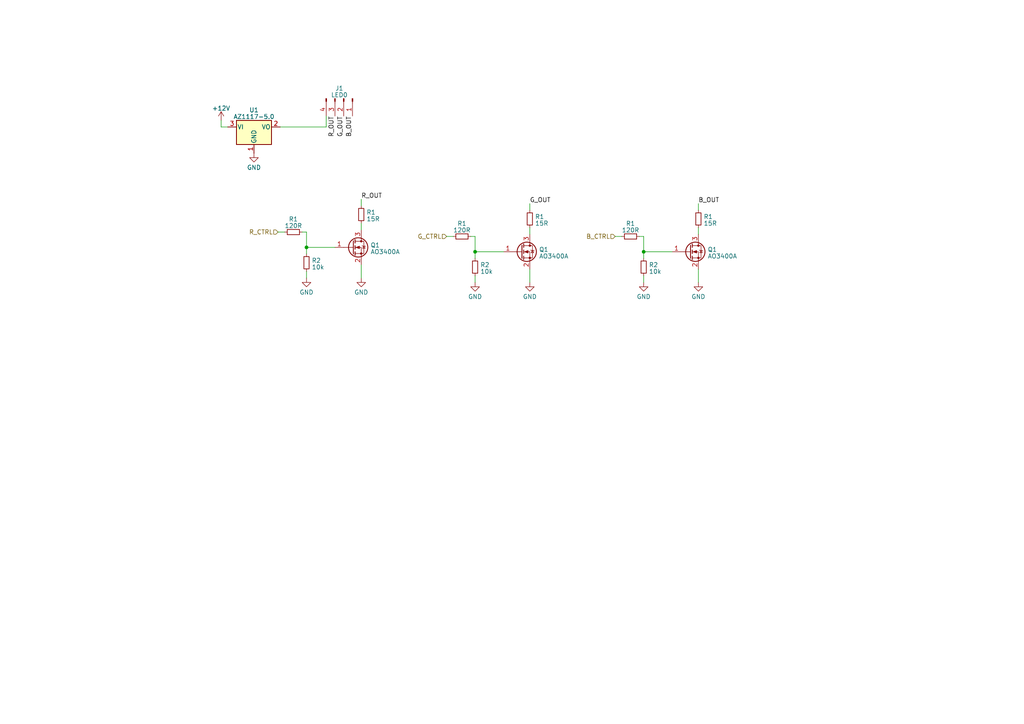
<source format=kicad_sch>
(kicad_sch (version 20230121) (generator eeschema)
  (paper "A4")
  (lib_symbols
    (symbol "Connector:Conn_01x04_Pin" (pin_names (offset 1.016) hide)
      (property "Reference" "J" (at 0 5.08 0))
      (property "Value" "Conn_01x04_Pin" (at 0 -7.62 0))
      (symbol "Conn_01x04_Pin_1_1"
        (polyline (pts (xy 1.27 -5.08) (xy 0.8636 -5.08)) (stroke (width 0.1524)))
        (polyline (pts (xy 1.27 -2.54) (xy 0.8636 -2.54)) (stroke (width 0.1524)))
        (polyline (pts (xy 1.27 0) (xy 0.8636 0)) (stroke (width 0.1524)))
        (polyline (pts (xy 1.27 2.54) (xy 0.8636 2.54)) (stroke (width 0.1524)))
        (rectangle (start 0.8636 -4.953) (end 0 -5.207) (stroke (width 0.1524)) (fill (type outline)))
        (rectangle (start 0.8636 -2.413) (end 0 -2.667) (stroke (width 0.1524)) (fill (type outline)))
        (rectangle (start 0.8636 0.127) (end 0 -0.127) (stroke (width 0.1524)) (fill (type outline)))
        (rectangle (start 0.8636 2.667) (end 0 2.413) (stroke (width 0.1524)) (fill (type outline)))
        (pin passive line (at 5.08 2.54 180) (length 3.81) (name "Pin_1") (number "1"))
        (pin passive line (at 5.08 0 180) (length 3.81) (name "Pin_2") (number "2"))
        (pin passive line (at 5.08 -2.54 180) (length 3.81) (name "Pin_3") (number "3"))
        (pin passive line (at 5.08 -5.08 180) (length 3.81) (name "Pin_4") (number "4"))
      )
    )
    (symbol "Device:R_Small" (pin_numbers hide) (pin_names (offset 0.254) hide)
      (property "Reference" "R" (at 0.762 0.508 0))
      (property "Value" "R_Small" (at 0.762 -1.016 0))
      (symbol "R_Small_0_1"
        (rectangle (start -0.762 1.778) (end 0.762 -1.778) (stroke (width 0.2032)))
      )
      (symbol "R_Small_1_1"
        (pin passive line (at 0 2.54 270) (length 0.762) (name "~") (number "1"))
        (pin passive line (at 0 -2.54 90) (length 0.762) (name "~") (number "2"))
      )
    )
    (symbol "Regulator_Linear:AZ1117-5.0" (pin_names (offset 0.254))
      (property "Reference" "U" (at -3.81 3.175 0))
      (property "Value" "AZ1117-5.0" (at 0 3.175 0))
      (symbol "AZ1117-5.0_0_1"
        (rectangle (start -5.08 1.905) (end 5.08 -5.08) (stroke (width 0.254)) (fill (type background)))
      )
      (symbol "AZ1117-5.0_1_1"
        (pin power_in line (at 0 -7.62 90) (length 2.54) (name "GND") (number "1"))
        (pin power_out line (at 7.62 0 180) (length 2.54) (name "VO") (number "2"))
        (pin power_in line (at -7.62 0 0) (length 2.54) (name "VI") (number "3"))
      )
    )
    (symbol "Transistor_FET:AO3400A" (pin_names hide)
      (property "Reference" "Q" (at 5.08 1.905 0))
      (property "Value" "AO3400A" (at 5.08 0 0))
      (symbol "AO3400A_0_1"
        (polyline (pts (xy 0.254 0) (xy -2.54 0)))
        (polyline (pts (xy 0.254 1.905) (xy 0.254 -1.905)) (stroke (width 0.254)))
        (polyline (pts (xy 0.762 -1.27) (xy 0.762 -2.286)) (stroke (width 0.254)))
        (polyline (pts (xy 0.762 0.508) (xy 0.762 -0.508)) (stroke (width 0.254)))
        (polyline (pts (xy 0.762 2.286) (xy 0.762 1.27)) (stroke (width 0.254)))
        (polyline (pts (xy 2.54 2.54) (xy 2.54 1.778)))
        (polyline (pts (xy 2.54 -2.54) (xy 2.54 0) (xy 0.762 0)))
        (polyline (pts (xy 0.762 -1.778) (xy 3.302 -1.778) (xy 3.302 1.778) (xy 0.762 1.778)))
        (polyline (pts (xy 1.016 0) (xy 2.032 0.381) (xy 2.032 -0.381) (xy 1.016 0)) (fill (type outline)))
        (polyline (pts (xy 2.794 0.508) (xy 2.921 0.381) (xy 3.683 0.381) (xy 3.81 0.254)))
        (polyline (pts (xy 3.302 0.381) (xy 2.921 -0.254) (xy 3.683 -0.254) (xy 3.302 0.381)))
        (circle (center 1.651 0) (radius 2.794) (stroke (width 0.254)))
        (circle (center 2.54 -1.778) (radius 0.254) (fill (type outline)))
        (circle (center 2.54 1.778) (radius 0.254) (fill (type outline)))
      )
      (symbol "AO3400A_1_1"
        (pin input line (at -5.08 0 0) (length 2.54) (name "G") (number "1"))
        (pin passive line (at 2.54 -5.08 90) (length 2.54) (name "S") (number "2"))
        (pin passive line (at 2.54 5.08 270) (length 2.54) (name "D") (number "3"))
      )
    )
    (symbol "power:+12V" (power) (pin_names (offset 0))
      (property "Value" "+12V" (at 0 3.556 0))
      (symbol "+12V_0_1"
        (polyline (pts (xy -0.762 1.27) (xy 0 2.54)))
        (polyline (pts (xy 0 0) (xy 0 2.54)))
        (polyline (pts (xy 0 2.54) (xy 0.762 1.27)))
      )
      (symbol "+12V_1_1"
        (pin power_in line (at 0 0 90) (length 0) hide (name "+12V") (number "1"))
      )
    )
    (symbol "power:GND" (power) (pin_names (offset 0))
      (property "Value" "GND" (at 0 -3.81 0))
      (symbol "GND_0_1"
        (polyline (pts (xy 0 0) (xy 0 -1.27) (xy 1.27 -1.27) (xy 0 -2.54) (xy -1.27 -1.27) (xy 0 -1.27)))
      )
      (symbol "GND_1_1"
        (pin power_in line (at 0 0 270) (length 0) hide (name "GND") (number "1"))
      )
    )
  )
  (junction (at 137.795 73.025))
  (junction (at 88.9 71.755))
  (junction (at 186.69 73.025))
  (wire (pts (xy 202.565 59.055) (xy 202.565 60.96)))
  (wire (pts (xy 186.69 68.58) (xy 186.69 73.025)))
  (wire (pts (xy 88.9 67.31) (xy 87.63 67.31)))
  (wire (pts (xy 104.775 76.835) (xy 104.775 80.645)))
  (wire (pts (xy 137.795 68.58) (xy 137.795 73.025)))
  (wire (pts (xy 88.9 71.755) (xy 97.155 71.755)))
  (wire (pts (xy 129.54 68.58) (xy 131.445 68.58)))
  (wire (pts (xy 81.28 36.83) (xy 94.615 36.83)))
  (wire (pts (xy 186.69 68.58) (xy 185.42 68.58)))
  (wire (pts (xy 64.135 34.925) (xy 64.135 36.83)))
  (wire (pts (xy 186.69 73.025) (xy 194.945 73.025)))
  (wire (pts (xy 80.645 67.31) (xy 82.55 67.31)))
  (wire (pts (xy 64.135 36.83) (xy 66.04 36.83)))
  (wire (pts (xy 202.565 78.105) (xy 202.565 81.915)))
  (wire (pts (xy 153.67 78.105) (xy 153.67 81.915)))
  (wire (pts (xy 178.435 68.58) (xy 180.34 68.58)))
  (wire (pts (xy 137.795 73.025) (xy 146.05 73.025)))
  (wire (pts (xy 186.69 80.01) (xy 186.69 81.915)))
  (wire (pts (xy 153.67 59.055) (xy 153.67 60.96)))
  (wire (pts (xy 88.9 78.74) (xy 88.9 80.645)))
  (wire (pts (xy 104.775 64.77) (xy 104.775 66.675)))
  (wire (pts (xy 186.69 73.025) (xy 186.69 74.93)))
  (wire (pts (xy 153.67 66.04) (xy 153.67 67.945)))
  (wire (pts (xy 104.775 57.785) (xy 104.775 59.69)))
  (wire (pts (xy 202.565 66.04) (xy 202.565 67.945)))
  (wire (pts (xy 94.615 36.83) (xy 94.615 33.655)))
  (wire (pts (xy 137.795 68.58) (xy 136.525 68.58)))
  (wire (pts (xy 137.795 80.01) (xy 137.795 81.915)))
  (wire (pts (xy 137.795 73.025) (xy 137.795 74.93)))
  (wire (pts (xy 88.9 71.755) (xy 88.9 73.66)))
  (wire (pts (xy 88.9 67.31) (xy 88.9 71.755)))
  (label "G_OUT" (at 99.695 33.655 270))
  (label "G_OUT" (at 153.67 59.055 0))
  (label "R_OUT" (at 97.155 33.655 270))
  (label "B_OUT" (at 202.565 59.055 0))
  (label "R_OUT" (at 104.775 57.785 0))
  (label "B_OUT" (at 102.235 33.655 270))
  (hierarchical_label "G_CTRL" (shape input) (at 129.54 68.58 180))
  (hierarchical_label "R_CTRL" (shape input) (at 80.645 67.31 180))
  (hierarchical_label "B_CTRL" (shape input) (at 178.435 68.58 180))
  (symbol (lib_id "power:+12V") (at 64.135 34.925 0) (unit 1)
    (property "Reference" "#PWR01" (effects hide))
    (property "Value" "+12V" (at 64.135 31.4231 0))
    (instances (project "controller" (path "" (reference "#PWR01") (unit 1)) (path "" (reference "#PWR013") (unit 1)) (path "" (reference "#PWR021") (unit 1))))
  )
  (symbol (lib_id "power:GND") (at 202.565 81.915 0) (unit 1)
    (property "Reference" "#PWR08" (effects hide))
    (property "Value" "GND" (at 202.565 86.0505 0))
    (instances (project "controller" (path "" (reference "#PWR08") (unit 1)) (path "" (reference "#PWR020") (unit 1)) (path "" (reference "#PWR028") (unit 1))))
  )
  (symbol (lib_id "power:GND") (at 88.9 80.645 0) (unit 1)
    (property "Reference" "#PWR03" (effects hide))
    (property "Value" "GND" (at 88.9 84.7805 0))
    (instances (project "controller" (path "" (reference "#PWR03") (unit 1)) (path "" (reference "#PWR015") (unit 1)) (path "" (reference "#PWR023") (unit 1))))
  )
  (symbol (lib_id "Device:R_Small") (at 182.88 68.58 90) (unit 1)
    (property "Reference" "R1" (at 182.88 64.8335 90))
    (property "Value" "120R" (at 182.88 66.7545 90))
    (property "Footprint" "Resistor_SMD:R_0805_2012Metric" (effects hide))
    (instances (project "controller" (path "" (reference "R1") (unit 1)) (path "" (reference "R7") (unit 1)) (path "" (reference "R16") (unit 1)) (path "" (reference "R25") (unit 1))))
  )
  (symbol (lib_id "Device:R_Small") (at 137.795 77.47 0) (unit 1)
    (property "Reference" "R2" (at 139.2936 76.8263 0) (effects (justify left)))
    (property "Value" "10k" (at 139.2936 78.7473 0) (effects (justify left)))
    (property "Footprint" "Resistor_SMD:R_0805_2012Metric" (effects hide))
    (instances (project "controller" (path "" (reference "R2") (unit 1)) (path "" (reference "R5") (unit 1)) (path "" (reference "R14") (unit 1)) (path "" (reference "R23") (unit 1))))
  )
  (symbol (lib_id "Transistor_FET:AO3400A") (at 151.13 73.025 0) (unit 1)
    (property "Reference" "Q1" (at 156.337 72.3813 0) (effects (justify left)))
    (property "Value" "AO3400A" (at 156.337 74.3023 0) (effects (justify left)))
    (property "Footprint" "Package_TO_SOT_SMD:SOT-23" (effects hide))
    (property "Datasheet" "http://www.aosmd.com/pdfs/datasheet/AO3400A.pdf" (effects hide))
    (instances (project "controller" (path "" (reference "Q1") (unit 1)) (path "" (reference "Q2") (unit 1)) (path "" (reference "Q5") (unit 1)) (path "" (reference "Q8") (unit 1))))
  )
  (symbol (lib_id "Device:R_Small") (at 85.09 67.31 90) (unit 1)
    (property "Reference" "R1" (at 85.09 63.5635 90))
    (property "Value" "120R" (at 85.09 65.4845 90))
    (property "Footprint" "Resistor_SMD:R_0805_2012Metric" (effects hide))
    (instances (project "controller" (path "" (reference "R1") (unit 1)) (path "" (reference "R1") (unit 1)) (path "" (reference "R10") (unit 1)) (path "" (reference "R19") (unit 1))))
  )
  (symbol (lib_id "Regulator_Linear:AZ1117-5.0") (at 73.66 36.83 0) (unit 1)
    (property "Reference" "U1" (at 73.66 31.9151 0))
    (property "Value" "AZ1117-5.0" (at 73.66 33.8361 0))
    (property "Footprint" "Package_TO_SOT_SMD:SOT-223" (effects hide))
    (property "Datasheet" "https://www.diodes.com/assets/Datasheets/AZ1117.pdf" (effects hide))
    (instances (project "controller" (path "" (reference "U1") (unit 1)) (path "" (reference "U1") (unit 1)) (path "" (reference "U2") (unit 1)) (path "" (reference "U3") (unit 1))))
  )
  (symbol (lib_id "power:GND") (at 137.795 81.915 0) (unit 1)
    (property "Reference" "#PWR05" (effects hide))
    (property "Value" "GND" (at 137.795 86.0505 0))
    (instances (project "controller" (path "" (reference "#PWR05") (unit 1)) (path "" (reference "#PWR017") (unit 1)) (path "" (reference "#PWR025") (unit 1))))
  )
  (symbol (lib_id "power:GND") (at 104.775 80.645 0) (unit 1)
    (property "Reference" "#PWR04" (effects hide))
    (property "Value" "GND" (at 104.775 84.7805 0))
    (instances (project "controller" (path "" (reference "#PWR04") (unit 1)) (path "" (reference "#PWR016") (unit 1)) (path "" (reference "#PWR024") (unit 1))))
  )
  (symbol (lib_id "Device:R_Small") (at 104.775 62.23 0) (unit 1)
    (property "Reference" "R1" (at 106.2736 61.5863 0) (effects (justify left)))
    (property "Value" "15R" (at 106.2736 63.5073 0) (effects (justify left)))
    (property "Footprint" "Resistor_SMD:R_2512_6332Metric" (effects hide))
    (instances (project "controller" (path "" (reference "R1") (unit 1)) (path "" (reference "R3") (unit 1)) (path "" (reference "R12") (unit 1)) (path "" (reference "R21") (unit 1))))
  )
  (symbol (lib_id "Device:R_Small") (at 133.985 68.58 90) (unit 1)
    (property "Reference" "R1" (at 133.985 64.8335 90))
    (property "Value" "120R" (at 133.985 66.7545 90))
    (property "Footprint" "Resistor_SMD:R_0805_2012Metric" (effects hide))
    (instances (project "controller" (path "" (reference "R1") (unit 1)) (path "" (reference "R4") (unit 1)) (path "" (reference "R13") (unit 1)) (path "" (reference "R22") (unit 1))))
  )
  (symbol (lib_id "Device:R_Small") (at 88.9 76.2 0) (unit 1)
    (property "Reference" "R2" (at 90.3986 75.5563 0) (effects (justify left)))
    (property "Value" "10k" (at 90.3986 77.4773 0) (effects (justify left)))
    (property "Footprint" "Resistor_SMD:R_0805_2012Metric" (effects hide))
    (instances (project "controller" (path "" (reference "R2") (unit 1)) (path "" (reference "R2") (unit 1)) (path "" (reference "R11") (unit 1)) (path "" (reference "R20") (unit 1))))
  )
  (symbol (lib_id "Device:R_Small") (at 153.67 63.5 0) (unit 1)
    (property "Reference" "R1" (at 155.1686 62.8563 0) (effects (justify left)))
    (property "Value" "15R" (at 155.1686 64.7773 0) (effects (justify left)))
    (property "Footprint" "Resistor_SMD:R_2512_6332Metric" (effects hide))
    (instances (project "controller" (path "" (reference "R1") (unit 1)) (path "" (reference "R6") (unit 1)) (path "" (reference "R15") (unit 1)) (path "" (reference "R24") (unit 1))))
  )
  (symbol (lib_id "power:GND") (at 73.66 44.45 0) (unit 1)
    (property "Reference" "#PWR02" (effects hide))
    (property "Value" "GND" (at 73.66 48.5855 0))
    (instances (project "controller" (path "" (reference "#PWR02") (unit 1)) (path "" (reference "#PWR014") (unit 1)) (path "" (reference "#PWR022") (unit 1))))
  )
  (symbol (lib_id "power:GND") (at 186.69 81.915 0) (unit 1)
    (property "Reference" "#PWR07" (effects hide))
    (property "Value" "GND" (at 186.69 86.0505 0))
    (instances (project "controller" (path "" (reference "#PWR07") (unit 1)) (path "" (reference "#PWR019") (unit 1)) (path "" (reference "#PWR027") (unit 1))))
  )
  (symbol (lib_id "Connector:Conn_01x04_Pin") (at 99.695 28.575 270) (unit 1)
    (property "Reference" "J1" (at 98.425 25.6159 90))
    (property "Value" "LED0" (at 98.425 27.5369 90))
    (property "Footprint" "Connector_JST:JST_PH_B4B-PH-SM4-TB_1x04-1MP_P2.00mm_Vertical" (effects hide))
    (instances (project "controller" (path "" (reference "J1") (unit 1)) (path "" (reference "J1") (unit 1)) (path "" (reference "J3") (unit 1)) (path "" (reference "J4") (unit 1))))
  )
  (symbol (lib_id "Device:R_Small") (at 186.69 77.47 0) (unit 1)
    (property "Reference" "R2" (at 188.1886 76.8263 0) (effects (justify left)))
    (property "Value" "10k" (at 188.1886 78.7473 0) (effects (justify left)))
    (property "Footprint" "Resistor_SMD:R_0805_2012Metric" (effects hide))
    (instances (project "controller" (path "" (reference "R2") (unit 1)) (path "" (reference "R8") (unit 1)) (path "" (reference "R17") (unit 1)) (path "" (reference "R26") (unit 1))))
  )
  (symbol (lib_id "Transistor_FET:AO3400A") (at 102.235 71.755 0) (unit 1)
    (property "Reference" "Q1" (at 107.442 71.1113 0) (effects (justify left)))
    (property "Value" "AO3400A" (at 107.442 73.0323 0) (effects (justify left)))
    (property "Footprint" "Package_TO_SOT_SMD:SOT-23" (effects hide))
    (property "Datasheet" "http://www.aosmd.com/pdfs/datasheet/AO3400A.pdf" (effects hide))
    (instances (project "controller" (path "" (reference "Q1") (unit 1)) (path "" (reference "Q1") (unit 1)) (path "" (reference "Q4") (unit 1)) (path "" (reference "Q7") (unit 1))))
  )
  (symbol (lib_id "Device:R_Small") (at 202.565 63.5 0) (unit 1)
    (property "Reference" "R1" (at 204.0636 62.8563 0) (effects (justify left)))
    (property "Value" "15R" (at 204.0636 64.7773 0) (effects (justify left)))
    (property "Footprint" "Resistor_SMD:R_2512_6332Metric" (effects hide))
    (instances (project "controller" (path "" (reference "R1") (unit 1)) (path "" (reference "R9") (unit 1)) (path "" (reference "R18") (unit 1)) (path "" (reference "R27") (unit 1))))
  )
  (symbol (lib_id "Transistor_FET:AO3400A") (at 200.025 73.025 0) (unit 1)
    (property "Reference" "Q1" (at 205.232 72.3813 0) (effects (justify left)))
    (property "Value" "AO3400A" (at 205.232 74.3023 0) (effects (justify left)))
    (property "Footprint" "Package_TO_SOT_SMD:SOT-23" (effects hide))
    (property "Datasheet" "http://www.aosmd.com/pdfs/datasheet/AO3400A.pdf" (effects hide))
    (instances (project "controller" (path "" (reference "Q1") (unit 1)) (path "" (reference "Q3") (unit 1)) (path "" (reference "Q6") (unit 1)) (path "" (reference "Q9") (unit 1))))
  )
  (symbol (lib_id "power:GND") (at 153.67 81.915 0) (unit 1)
    (property "Reference" "#PWR06" (effects hide))
    (property "Value" "GND" (at 153.67 86.0505 0))
    (instances (project "controller" (path "" (reference "#PWR06") (unit 1)) (path "" (reference "#PWR018") (unit 1)) (path "" (reference "#PWR026") (unit 1))))
  )
)
</source>
